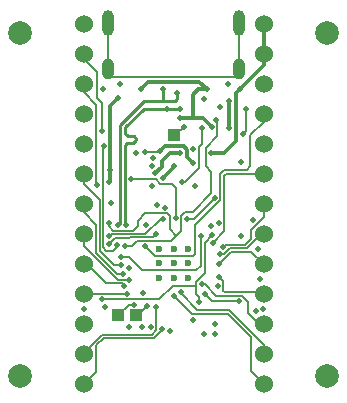
<source format=gbl>
%TF.GenerationSoftware,KiCad,Pcbnew,(5.1.9)-1*%
%TF.CreationDate,2021-01-04T01:20:58+08:00*%
%TF.ProjectId,akami,616b616d-692e-46b6-9963-61645f706362,rev?*%
%TF.SameCoordinates,Original*%
%TF.FileFunction,Copper,L4,Bot*%
%TF.FilePolarity,Positive*%
%FSLAX46Y46*%
G04 Gerber Fmt 4.6, Leading zero omitted, Abs format (unit mm)*
G04 Created by KiCad (PCBNEW (5.1.9)-1) date 2021-01-04 01:20:58*
%MOMM*%
%LPD*%
G01*
G04 APERTURE LIST*
%TA.AperFunction,ComponentPad*%
%ADD10C,1.524000*%
%TD*%
%TA.AperFunction,SMDPad,CuDef*%
%ADD11R,1.000000X1.000000*%
%TD*%
%TA.AperFunction,WasherPad*%
%ADD12C,2.000000*%
%TD*%
%TA.AperFunction,ComponentPad*%
%ADD13O,1.000000X1.800000*%
%TD*%
%TA.AperFunction,ComponentPad*%
%ADD14O,1.000000X2.200000*%
%TD*%
%TA.AperFunction,ViaPad*%
%ADD15C,0.500000*%
%TD*%
%TA.AperFunction,ViaPad*%
%ADD16C,0.600000*%
%TD*%
%TA.AperFunction,Conductor*%
%ADD17C,0.150000*%
%TD*%
%TA.AperFunction,Conductor*%
%ADD18C,0.300000*%
%TD*%
%TA.AperFunction,Conductor*%
%ADD19C,0.200000*%
%TD*%
%TA.AperFunction,Conductor*%
%ADD20C,0.261100*%
%TD*%
%TA.AperFunction,Conductor*%
%ADD21C,0.261112*%
%TD*%
G04 APERTURE END LIST*
D10*
%TO.P,J2,1*%
%TO.N,VBAT*%
X7620000Y15230000D03*
%TD*%
%TO.P,J3,1*%
%TO.N,GND*%
X-7620000Y15230000D03*
%TD*%
D11*
%TO.P,TP3,1*%
%TO.N,VDD_NRF*%
X0Y5850000D03*
%TD*%
D12*
%TO.P,REF\u002A\u002A,*%
%TO.N,*%
X13000000Y14500000D03*
%TD*%
%TO.P,REF\u002A\u002A,*%
%TO.N,*%
X13000000Y-14500000D03*
%TD*%
%TO.P,REF\u002A\u002A,*%
%TO.N,*%
X-13000000Y-14500000D03*
%TD*%
%TO.P,REF\u002A\u002A,*%
%TO.N,*%
X-13000000Y14500000D03*
%TD*%
D10*
%TO.P,U4,1*%
%TO.N,P0.06*%
X-7620000Y12690000D03*
%TO.P,U4,2*%
%TO.N,P0.08*%
X-7620000Y10150000D03*
%TO.P,U4,3*%
%TO.N,GND*%
X-7620000Y7610000D03*
%TO.P,U4,4*%
X-7620000Y5070000D03*
%TO.P,U4,5*%
%TO.N,P0.17*%
X-7620000Y2530000D03*
%TO.P,U4,6*%
%TO.N,P0.20*%
X-7620000Y-10000D03*
%TO.P,U4,7*%
%TO.N,P0.22*%
X-7620000Y-2550000D03*
%TO.P,U4,8*%
%TO.N,P0.24*%
X-7620000Y-5090000D03*
%TO.P,U4,9*%
%TO.N,P1.00*%
X-7620000Y-7630000D03*
%TO.P,U4,10*%
%TO.N,P0.11*%
X-7620000Y-10170000D03*
%TO.P,U4,11*%
%TO.N,P1.04*%
X-7620000Y-12710000D03*
%TO.P,U4,12*%
%TO.N,P1.06*%
X-7620000Y-15250000D03*
%TO.P,U4,13*%
%TO.N,P0.09*%
X7620000Y-15250000D03*
%TO.P,U4,14*%
%TO.N,P0.10*%
X7620000Y-12710000D03*
%TO.P,U4,15*%
%TO.N,P1.11*%
X7620000Y-10170000D03*
%TO.P,U4,16*%
%TO.N,P1.13*%
X7620000Y-7630000D03*
%TO.P,U4,17*%
%TO.N,P1.15*%
X7620000Y-5090000D03*
%TO.P,U4,18*%
%TO.N,P0.02*%
X7620000Y-2550000D03*
%TO.P,U4,19*%
%TO.N,P0.29*%
X7620000Y-10000D03*
%TO.P,U4,20*%
%TO.N,P0.31*%
X7620000Y2530000D03*
%TO.P,U4,21*%
%TO.N,3V3_OUT*%
X7620000Y5070000D03*
%TO.P,U4,22*%
%TO.N,RESET*%
X7620000Y7610000D03*
%TO.P,U4,23*%
%TO.N,GND*%
X7620000Y10150000D03*
%TO.P,U4,24*%
%TO.N,VBAT*%
X7620000Y12690000D03*
%TD*%
D11*
%TO.P,TP1,1*%
%TO.N,SWC*%
X-3170000Y-9400000D03*
%TD*%
%TO.P,TP2,1*%
%TO.N,SWD*%
X-4680000Y-9400000D03*
%TD*%
D13*
%TO.P,J1,S1*%
%TO.N,Net-(J1-PadS1)*%
X-5575000Y11473200D03*
X5575600Y11473200D03*
D14*
X5575600Y15373200D03*
X-5575000Y15373200D03*
%TD*%
D15*
%TO.N,VDD_NRF*%
X-3800000Y-5410000D03*
X-1800000Y3230000D03*
X3730000Y-6900000D03*
X-2590000Y-7485000D03*
X3962500Y8262500D03*
X850000Y6550000D03*
X3200000Y-1875000D03*
X-2375000Y-1750000D03*
X-2700000Y-10425000D03*
%TO.N,Net-(C11-Pad1)*%
X2650000Y-7580000D03*
X5550000Y-8200000D03*
%TO.N,VBUS*%
X575000Y7275000D03*
X3250000Y6525000D03*
X0Y3200000D03*
X-2800000Y9750000D03*
X2800000Y9750000D03*
X-875000Y2250000D03*
%TO.N,Net-(C15-Pad2)*%
X2170000Y-8250000D03*
X3275000Y-2600000D03*
X-6075000Y-8050000D03*
%TO.N,BAT_VOLT*%
X2400000Y6500000D03*
X700000Y1925000D03*
%TO.N,Net-(C20-Pad2)*%
X-2440000Y4460000D03*
X-1130000Y4470000D03*
X1675000Y3500000D03*
%TO.N,VBAT*%
X560000Y4360000D03*
X-1540000Y2610000D03*
X5625000Y9775000D03*
X3150000Y4350000D03*
X-4692500Y8967500D03*
X-5375000Y2900000D03*
X-5500000Y1925000D03*
%TO.N,BLUE_LED*%
X-4825000Y-3450000D03*
X-5925000Y4950000D03*
%TO.N,USB_D+*%
X250000Y9450000D03*
X-920000Y9790000D03*
X-4687500Y-1760000D03*
%TO.N,USB_D-*%
X550000Y8075000D03*
X-580000Y8086681D03*
X-4010000Y-1760000D03*
%TO.N,Net-(L3-Pad2)*%
X2290000Y-2690000D03*
X-4475000Y-4450000D03*
%TO.N,3V3_OUT*%
X4675000Y8725000D03*
X4675000Y6450000D03*
%TO.N,POWER_CTRL*%
X3600000Y7175000D03*
X-5500000Y-1600000D03*
X-4150000Y-3525000D03*
%TO.N,Net-(R11-Pad2)*%
X6150000Y8050000D03*
X5850000Y5925000D03*
%TO.N,CHARGE_CTRL*%
X1120000Y-1240000D03*
X3490000Y550000D03*
%TO.N,SWD*%
X-3320000Y-8510000D03*
%TO.N,SWC*%
X-2260000Y-8640000D03*
%TO.N,RESET*%
X-2460000Y-3540000D03*
D16*
%TO.N,GND*%
X-1212500Y-5000000D03*
X1212500Y-5000000D03*
X0Y-5000000D03*
X0Y-6212500D03*
X0Y-3787500D03*
X-1212500Y-3787500D03*
X-1212500Y-6212500D03*
X1212500Y-6212500D03*
X1212500Y-3787500D03*
D15*
X4575000Y10175000D03*
X-4575000Y10175000D03*
X-1750000Y3950000D03*
X3500000Y-10990000D03*
X1650000Y-9800000D03*
X3825000Y-1550000D03*
X3500000Y-10150000D03*
X6970000Y-9060000D03*
X-7600000Y-8900000D03*
X7600000Y-8900000D03*
X2600000Y-11000000D03*
X1675000Y4675000D03*
X2575000Y8950000D03*
X-3150000Y4350000D03*
X-6000000Y9725000D03*
X7175000Y-3800000D03*
X7325000Y-6350000D03*
X5675000Y-2650000D03*
X6725000Y-1300000D03*
X-700000Y-325000D03*
X-1375000Y-75000D03*
X-1800000Y1550000D03*
X1800000Y1550000D03*
X-5275000Y150000D03*
X-3800000Y-10425000D03*
X-300000Y-10700000D03*
X-1950000Y-10425000D03*
X-5825000Y-8700000D03*
X5725000Y3550000D03*
%TO.N,P0.09*%
X60000Y-7790000D03*
%TO.N,P0.10*%
X590000Y-7400000D03*
%TO.N,P1.11*%
X2400000Y-6740000D03*
%TO.N,P1.13*%
X3800000Y-6125000D03*
%TO.N,P1.15*%
X3800000Y-5050000D03*
%TO.N,P0.02*%
X3925000Y-4225000D03*
%TO.N,P0.29*%
X4200000Y-3625000D03*
%TO.N,P0.31*%
X3300000Y-3275000D03*
%TO.N,P1.04*%
X-1475000Y-8700000D03*
%TO.N,P1.06*%
X-950000Y-10600000D03*
%TO.N,P0.11*%
X-1470000Y-2530000D03*
X-5475000Y-3375000D03*
%TO.N,P1.00*%
X-3925000Y-7600000D03*
%TO.N,P0.24*%
X-4160000Y-6950000D03*
%TO.N,P0.22*%
X-3790000Y-6390000D03*
%TO.N,P0.20*%
X-4310000Y-5900000D03*
%TO.N,P0.17*%
X-4470000Y-5150000D03*
%TO.N,P0.06*%
X-3575000Y2100000D03*
X175000Y-1200000D03*
X-6050000Y6225000D03*
%TO.N,P0.08*%
X-6500000Y1650000D03*
X-875000Y-1225000D03*
X-5500000Y-2725000D03*
%TD*%
D17*
%TO.N,VDD_NRF*%
X150000Y5850000D02*
X850000Y6550000D01*
X0Y5850000D02*
X150000Y5850000D01*
%TO.N,Net-(C11-Pad1)*%
X3270000Y-8200000D02*
X5550000Y-8200000D01*
X2650000Y-7580000D02*
X3270000Y-8200000D01*
D18*
%TO.N,VBUS*%
X1600000Y7275000D02*
X575000Y7275000D01*
X3250000Y6525000D02*
X2500000Y7275000D01*
X2500000Y7275000D02*
X1600000Y7275000D01*
X2075000Y9750000D02*
X1600000Y9275000D01*
X2800000Y9750000D02*
X2075000Y9750000D01*
X-2180000Y10370000D02*
X-2800000Y9750000D01*
X2180000Y10370000D02*
X-2180000Y10370000D01*
X2800000Y9750000D02*
X2180000Y10370000D01*
X1600000Y9275000D02*
X1600000Y7275000D01*
X0Y3125000D02*
X0Y3200000D01*
X-875000Y2250000D02*
X0Y3125000D01*
D17*
%TO.N,Net-(C15-Pad2)*%
X1910000Y-7615000D02*
X2170000Y-7875000D01*
X2170000Y-7875000D02*
X2170000Y-8250000D01*
X1910000Y-6915000D02*
X1910000Y-7615000D01*
X1910000Y-6565000D02*
X1910000Y-6915000D01*
X2625000Y-5850000D02*
X1910000Y-6565000D01*
X2625000Y-3250000D02*
X2625000Y-5850000D01*
X3275000Y-2600000D02*
X2625000Y-3250000D01*
X-1230000Y-8055000D02*
X-90000Y-6915000D01*
X-5910000Y-8050000D02*
X-5905000Y-8055000D01*
X-5905000Y-8055000D02*
X-1230000Y-8055000D01*
X-6075000Y-8050000D02*
X-5910000Y-8050000D01*
X-90000Y-6915000D02*
X1910000Y-6915000D01*
%TO.N,BAT_VOLT*%
X2125000Y3100000D02*
X950000Y1925000D01*
X950000Y1925000D02*
X700000Y1925000D01*
X2125000Y4850000D02*
X2125000Y3100000D01*
X2400000Y5125000D02*
X2125000Y4850000D01*
X2400000Y6500000D02*
X2400000Y5125000D01*
D19*
%TO.N,Net-(C20-Pad2)*%
X-1130000Y4470000D02*
X-1140000Y4460000D01*
X-1140000Y4460000D02*
X-2440000Y4460000D01*
D18*
X-700000Y4900000D02*
X-1130000Y4470000D01*
X1675000Y3500000D02*
X1150000Y4025000D01*
X1150000Y4025000D02*
X1150000Y4600000D01*
X1150000Y4600000D02*
X850000Y4900000D01*
X850000Y4900000D02*
X-700000Y4900000D01*
%TO.N,VBAT*%
X-280000Y4360000D02*
X560000Y4360000D01*
X-970000Y3670000D02*
X-280000Y4360000D01*
X-970000Y3180000D02*
X-970000Y3670000D01*
X-1540000Y2610000D02*
X-970000Y3180000D01*
X7620000Y11770000D02*
X5625000Y9775000D01*
X7620000Y12690000D02*
X7620000Y11770000D01*
X7620000Y15230000D02*
X7620000Y12690000D01*
X5275000Y9425000D02*
X5625000Y9775000D01*
X5275000Y5325000D02*
X5275000Y9425000D01*
X4300000Y4350000D02*
X5275000Y5325000D01*
X3150000Y4350000D02*
X4300000Y4350000D01*
X-5375000Y8285000D02*
X-4692500Y8967500D01*
X-5375000Y2900000D02*
X-5375000Y8285000D01*
X-5375000Y2050000D02*
X-5375000Y2900000D01*
X-5500000Y1925000D02*
X-5375000Y2050000D01*
D17*
%TO.N,BLUE_LED*%
X-4825000Y-3650000D02*
X-4825000Y-3450000D01*
X-5100000Y-3925000D02*
X-4825000Y-3650000D01*
X-5700000Y-3925000D02*
X-5100000Y-3925000D01*
X-5975000Y-3650000D02*
X-5700000Y-3925000D01*
X-5975000Y4900000D02*
X-5975000Y-3650000D01*
X-5925000Y4950000D02*
X-5975000Y4900000D01*
%TO.N,Net-(J1-PadS1)*%
X-5575000Y15373200D02*
X-5575000Y11473200D01*
X5575600Y15373200D02*
X5575600Y11473200D01*
X5575600Y11125600D02*
X5575600Y11473200D01*
X5200000Y10750000D02*
X5575600Y11125600D01*
X-5200000Y10750000D02*
X5200000Y10750000D01*
X-5575000Y11125000D02*
X-5200000Y10750000D01*
X-5575000Y11473200D02*
X-5575000Y11125000D01*
D20*
%TO.N,USB_D+*%
X95000Y8745000D02*
X-920000Y8745000D01*
X250000Y8900000D02*
X95000Y8745000D01*
X250000Y9450000D02*
X250000Y8900000D01*
X-920000Y9790000D02*
X-920000Y8745000D01*
D21*
X-2533320Y8745000D02*
X-920000Y8745000D01*
X-4582156Y6696164D02*
X-2533320Y8745000D01*
X-4582156Y-1657156D02*
X-4582156Y6696164D01*
X-4687500Y-1762500D02*
X-4582156Y-1657156D01*
D20*
%TO.N,USB_D-*%
X550000Y8075000D02*
X545000Y8070000D01*
X538319Y8086681D02*
X550000Y8075000D01*
X-580000Y8086681D02*
X538319Y8086681D01*
D21*
X-2534999Y8086681D02*
X-580000Y8086681D01*
X-4117844Y6503836D02*
X-2534999Y8086681D01*
X-4117844Y6107156D02*
X-4117844Y6503836D01*
X-4110323Y6040399D02*
X-4117844Y6107156D01*
X-4088135Y5976990D02*
X-4110323Y6040399D01*
X-4052394Y5920109D02*
X-4088135Y5976990D01*
X-4004891Y5872606D02*
X-4052394Y5920109D01*
X-3948010Y5177446D02*
X-3884601Y5199634D01*
X-4010000Y-1760000D02*
X-4117844Y-1652156D01*
X-3452100Y5214677D02*
X-3388691Y5236865D01*
X-3518856Y5807156D02*
X-3817844Y5807156D01*
X-4088135Y5037321D02*
X-4052394Y5094202D01*
X-3248566Y5637321D02*
X-3284307Y5694202D01*
X-4052394Y5094202D02*
X-4004891Y5141705D01*
X-3884601Y5199634D02*
X-3817844Y5207156D01*
X-4110323Y4973912D02*
X-4088135Y5037321D01*
X-4117844Y4907156D02*
X-4110323Y4973912D01*
X-4117844Y-1652156D02*
X-4117844Y4907156D01*
X-4004891Y5141705D02*
X-3948010Y5177446D01*
X-3817844Y5207156D02*
X-3518856Y5207156D01*
X-3452100Y5799634D02*
X-3518856Y5807156D01*
X-3226378Y5440399D02*
X-3218856Y5507156D01*
X-3388691Y5236865D02*
X-3331810Y5272606D01*
X-3331810Y5272606D02*
X-3284307Y5320109D01*
X-3284307Y5320109D02*
X-3248566Y5376990D01*
X-3248566Y5376990D02*
X-3226378Y5440399D01*
X-3218856Y5507156D02*
X-3226378Y5573912D01*
X-3226378Y5573912D02*
X-3248566Y5637321D01*
X-3284307Y5694202D02*
X-3331810Y5741705D01*
X-3331810Y5741705D02*
X-3388691Y5777446D01*
X-3948010Y5836865D02*
X-4004891Y5872606D01*
X-3388691Y5777446D02*
X-3452100Y5799634D01*
X-3817844Y5807156D02*
X-3884601Y5814677D01*
X-3518856Y5207156D02*
X-3452100Y5214677D01*
X-3884601Y5814677D02*
X-3948010Y5836865D01*
D17*
%TO.N,Net-(L3-Pad2)*%
X-3800000Y-4450000D02*
X-4475000Y-4450000D01*
X-2650000Y-5600000D02*
X-3800000Y-4450000D01*
X2290000Y-5210000D02*
X1900000Y-5600000D01*
X1900000Y-5600000D02*
X-2650000Y-5600000D01*
X2290000Y-2690000D02*
X2290000Y-5210000D01*
D18*
%TO.N,3V3_OUT*%
X4675000Y8725000D02*
X4675000Y6450000D01*
D17*
%TO.N,POWER_CTRL*%
X3700000Y5775000D02*
X3700000Y7075000D01*
X2700000Y4775000D02*
X3700000Y5775000D01*
X2700000Y3275000D02*
X2700000Y4775000D01*
X3200000Y975000D02*
X3200000Y2775000D01*
X640000Y-985000D02*
X1000000Y-625000D01*
X-3535000Y-3525000D02*
X-3085000Y-3075000D01*
X3700000Y7075000D02*
X3600000Y7175000D01*
X-4150000Y-3525000D02*
X-3535000Y-3525000D01*
X640000Y-2235000D02*
X640000Y-985000D01*
X-3085000Y-3075000D02*
X-200000Y-3075000D01*
X1600000Y-625000D02*
X3200000Y975000D01*
X3200000Y2775000D02*
X2700000Y3275000D01*
X1000000Y-625000D02*
X1600000Y-625000D01*
X212500Y-2662500D02*
X640000Y-2235000D01*
X-200000Y-3075000D02*
X212500Y-2662500D01*
X-575000Y-775000D02*
X-325000Y-1025000D01*
X-2425000Y-775000D02*
X-575000Y-775000D01*
X-325000Y-2125000D02*
X212500Y-2662500D01*
X-3050000Y-1400000D02*
X-2425000Y-775000D01*
X-325000Y-1025000D02*
X-325000Y-2125000D01*
X-3050000Y-1875000D02*
X-3050000Y-1400000D01*
X-5100000Y-2250000D02*
X-3425000Y-2250000D01*
X-5500000Y-1850000D02*
X-5100000Y-2250000D01*
X-3425000Y-2250000D02*
X-3050000Y-1875000D01*
X-5500000Y-1600000D02*
X-5500000Y-1850000D01*
%TO.N,Net-(R11-Pad2)*%
X6150000Y6225000D02*
X6150000Y8050000D01*
X5850000Y5925000D02*
X6150000Y6225000D01*
%TO.N,CHARGE_CTRL*%
X1690000Y-1240000D02*
X1120000Y-1240000D01*
X3490000Y550000D02*
X3480000Y550000D01*
X3480000Y550000D02*
X1690000Y-1240000D01*
%TO.N,SWD*%
X-3790000Y-8510000D02*
X-4680000Y-9400000D01*
X-3320000Y-8510000D02*
X-3790000Y-8510000D01*
%TO.N,SWC*%
X-3020000Y-9400000D02*
X-3170000Y-9400000D01*
X-2260000Y-8640000D02*
X-3020000Y-9400000D01*
%TO.N,RESET*%
X6490000Y5870000D02*
X7620000Y7000000D01*
X7620000Y7000000D02*
X7620000Y7610000D01*
X6490000Y3215000D02*
X6490000Y5870000D01*
X3950000Y2550000D02*
X4300000Y2900000D01*
X3950000Y350000D02*
X3950000Y2550000D01*
X6175000Y2900000D02*
X6490000Y3215000D01*
X4300000Y2900000D02*
X6175000Y2900000D01*
X1825000Y-1775000D02*
X3950000Y350000D01*
X-2460000Y-3540000D02*
X-2335000Y-3540000D01*
X-2460000Y-3540000D02*
X-2310000Y-3540000D01*
X1825000Y-4175000D02*
X1825000Y-1775000D01*
X1600000Y-4400000D02*
X1825000Y-4175000D01*
X-1600000Y-4400000D02*
X1600000Y-4400000D01*
X-2460000Y-3540000D02*
X-1600000Y-4400000D01*
%TO.N,P0.09*%
X6510000Y-14140000D02*
X7620000Y-15250000D01*
X6510000Y-11210000D02*
X6510000Y-14140000D01*
X4570000Y-9270000D02*
X6510000Y-11210000D01*
X1540000Y-9270000D02*
X4570000Y-9270000D01*
X60000Y-7790000D02*
X1540000Y-9270000D01*
%TO.N,P0.10*%
X7620000Y-11895000D02*
X7620000Y-12710000D01*
X2010000Y-8960000D02*
X4685000Y-8960000D01*
X590000Y-7540000D02*
X2010000Y-8960000D01*
X4685000Y-8960000D02*
X7620000Y-11895000D01*
X590000Y-7400000D02*
X590000Y-7540000D01*
%TO.N,P1.11*%
X7270000Y-10170000D02*
X7620000Y-10170000D01*
X6310000Y-9210000D02*
X7270000Y-10170000D01*
X6310000Y-8300000D02*
X6310000Y-9210000D01*
X5750000Y-7740000D02*
X6310000Y-8300000D01*
X2620000Y-6740000D02*
X3620000Y-7740000D01*
X3620000Y-7740000D02*
X5750000Y-7740000D01*
X2400000Y-6740000D02*
X2620000Y-6740000D01*
%TO.N,P1.13*%
X7450000Y-7460000D02*
X7620000Y-7630000D01*
X4360000Y-7460000D02*
X7450000Y-7460000D01*
X4200000Y-7300000D02*
X4360000Y-7460000D01*
X4200000Y-6525000D02*
X4200000Y-7300000D01*
X3800000Y-6125000D02*
X4200000Y-6525000D01*
%TO.N,P1.15*%
X6530000Y-4000000D02*
X7620000Y-5090000D01*
X4875000Y-4000000D02*
X6530000Y-4000000D01*
X3825000Y-5050000D02*
X4875000Y-4000000D01*
X3800000Y-5050000D02*
X3825000Y-5050000D01*
%TO.N,P0.02*%
X7400000Y-2550000D02*
X7620000Y-2550000D01*
X6250000Y-3700000D02*
X7400000Y-2550000D01*
X4775000Y-3700000D02*
X6250000Y-3700000D01*
X4250000Y-4225000D02*
X4775000Y-3700000D01*
X3925000Y-4225000D02*
X4250000Y-4225000D01*
%TO.N,P0.29*%
X6510000Y-2940000D02*
X6510000Y-2170000D01*
X6025000Y-3425000D02*
X6510000Y-2940000D01*
X7620000Y-1060000D02*
X7620000Y-10000D01*
X6510000Y-2170000D02*
X7620000Y-1060000D01*
X4400000Y-3425000D02*
X6025000Y-3425000D01*
X4200000Y-3625000D02*
X4400000Y-3425000D01*
%TO.N,P0.31*%
X4430000Y2530000D02*
X7620000Y2530000D01*
X4275000Y2375000D02*
X4430000Y2530000D01*
X4275000Y-2300000D02*
X4275000Y2375000D01*
X3300000Y-3275000D02*
X4275000Y-2300000D01*
%TO.N,P1.04*%
X-7620000Y-12570000D02*
X-7620000Y-12710000D01*
X-6100000Y-11050000D02*
X-7620000Y-12570000D01*
X-1850000Y-11050000D02*
X-6100000Y-11050000D01*
X-1475000Y-10675000D02*
X-1850000Y-11050000D01*
X-1475000Y-8700000D02*
X-1475000Y-10675000D01*
%TO.N,P1.06*%
X-6550000Y-14180000D02*
X-7620000Y-15250000D01*
X-6550000Y-11940000D02*
X-6550000Y-14180000D01*
X-5930000Y-11320000D02*
X-6550000Y-11940000D01*
X-1645000Y-11320000D02*
X-5930000Y-11320000D01*
X-950000Y-10625000D02*
X-1645000Y-11320000D01*
X-950000Y-10600000D02*
X-950000Y-10625000D01*
%TO.N,P0.11*%
X-1740000Y-2800000D02*
X-1470000Y-2530000D01*
X-3700000Y-2800000D02*
X-1740000Y-2800000D01*
X-3780000Y-2880000D02*
X-3700000Y-2800000D01*
X-4980000Y-2880000D02*
X-3780000Y-2880000D01*
X-5475000Y-3375000D02*
X-4980000Y-2880000D01*
%TO.N,P1.00*%
X-7590000Y-7600000D02*
X-7620000Y-7630000D01*
X-3925000Y-7600000D02*
X-7590000Y-7600000D01*
%TO.N,P0.24*%
X-4405000Y-6705000D02*
X-4160000Y-6950000D01*
X-5720000Y-6705000D02*
X-4405000Y-6705000D01*
X-7330000Y-5095000D02*
X-5720000Y-6705000D01*
X-7615000Y-5095000D02*
X-7330000Y-5095000D01*
X-7620000Y-5090000D02*
X-7615000Y-5095000D01*
%TO.N,P0.22*%
X-7620000Y-3520000D02*
X-7620000Y-2550000D01*
X-4720000Y-6420000D02*
X-7620000Y-3520000D01*
X-3820000Y-6420000D02*
X-4720000Y-6420000D01*
X-3790000Y-6390000D02*
X-3820000Y-6420000D01*
%TO.N,P0.20*%
X-7620000Y-680000D02*
X-7620000Y-10000D01*
X-6560000Y-1740000D02*
X-7620000Y-680000D01*
X-6560000Y-4100000D02*
X-6560000Y-1740000D01*
X-4760000Y-5900000D02*
X-6560000Y-4100000D01*
X-4310000Y-5900000D02*
X-4760000Y-5900000D01*
%TO.N,P0.17*%
X-7620000Y1687500D02*
X-7620000Y2530000D01*
X-6260000Y327500D02*
X-7620000Y1687500D01*
X-6260000Y-3930000D02*
X-6260000Y327500D01*
X-5040000Y-5150000D02*
X-6260000Y-3930000D01*
X-4470000Y-5150000D02*
X-5040000Y-5150000D01*
%TO.N,P0.06*%
X175000Y-1200000D02*
X175000Y1375000D01*
X175000Y1375000D02*
X-175000Y1725000D01*
X-175000Y1725000D02*
X-1125000Y1725000D01*
X-1500000Y2100000D02*
X-3575000Y2100000D01*
X-1125000Y1725000D02*
X-1500000Y2100000D01*
X-7620000Y12300000D02*
X-7620000Y12690000D01*
X-6480000Y11160000D02*
X-7620000Y12300000D01*
X-6480000Y9000000D02*
X-6480000Y11160000D01*
X-6050000Y8570000D02*
X-6480000Y9000000D01*
X-6050000Y6225000D02*
X-6050000Y8570000D01*
%TO.N,P0.08*%
X-7620000Y9470000D02*
X-7620000Y10150000D01*
X-6550000Y8400000D02*
X-7620000Y9470000D01*
X-6550000Y1700000D02*
X-6550000Y8400000D01*
X-6500000Y1650000D02*
X-6550000Y1700000D01*
X-1100000Y-1225000D02*
X-875000Y-1225000D01*
X-2400000Y-2525000D02*
X-1100000Y-1225000D01*
X-5500000Y-2725000D02*
X-5300000Y-2525000D01*
X-5300000Y-2525000D02*
X-2400000Y-2525000D01*
%TD*%
M02*

</source>
